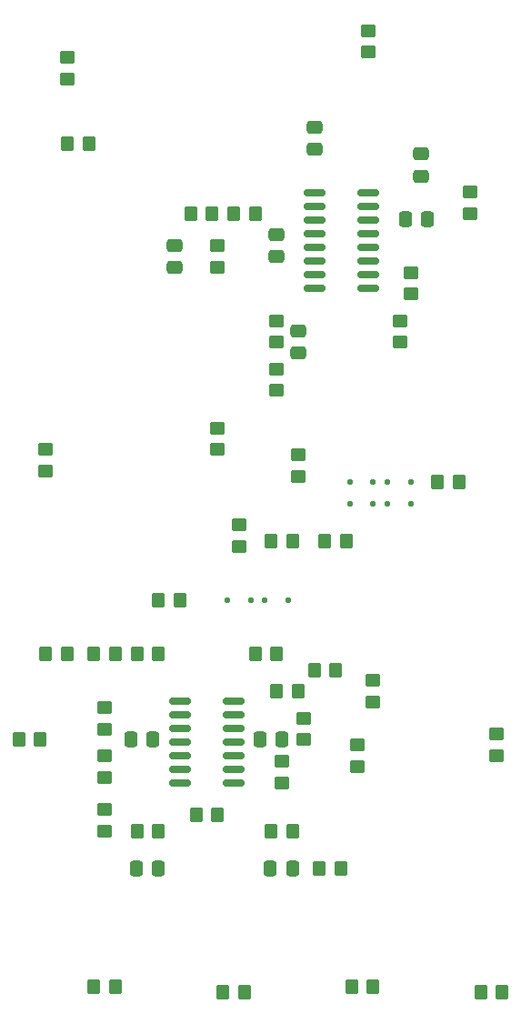
<source format=gbr>
%TF.GenerationSoftware,KiCad,Pcbnew,8.0.0*%
%TF.CreationDate,2024-05-14T21:41:44+02:00*%
%TF.ProjectId,VCO-3340,56434f2d-3333-4343-902e-6b696361645f,rev?*%
%TF.SameCoordinates,Original*%
%TF.FileFunction,Paste,Bot*%
%TF.FilePolarity,Positive*%
%FSLAX46Y46*%
G04 Gerber Fmt 4.6, Leading zero omitted, Abs format (unit mm)*
G04 Created by KiCad (PCBNEW 8.0.0) date 2024-05-14 21:41:44*
%MOMM*%
%LPD*%
G01*
G04 APERTURE LIST*
G04 Aperture macros list*
%AMRoundRect*
0 Rectangle with rounded corners*
0 $1 Rounding radius*
0 $2 $3 $4 $5 $6 $7 $8 $9 X,Y pos of 4 corners*
0 Add a 4 corners polygon primitive as box body*
4,1,4,$2,$3,$4,$5,$6,$7,$8,$9,$2,$3,0*
0 Add four circle primitives for the rounded corners*
1,1,$1+$1,$2,$3*
1,1,$1+$1,$4,$5*
1,1,$1+$1,$6,$7*
1,1,$1+$1,$8,$9*
0 Add four rect primitives between the rounded corners*
20,1,$1+$1,$2,$3,$4,$5,0*
20,1,$1+$1,$4,$5,$6,$7,0*
20,1,$1+$1,$6,$7,$8,$9,0*
20,1,$1+$1,$8,$9,$2,$3,0*%
G04 Aperture macros list end*
%ADD10RoundRect,0.250000X0.337500X0.475000X-0.337500X0.475000X-0.337500X-0.475000X0.337500X-0.475000X0*%
%ADD11RoundRect,0.125000X-0.125000X-0.125000X0.125000X-0.125000X0.125000X0.125000X-0.125000X0.125000X0*%
%ADD12RoundRect,0.250000X0.450000X-0.350000X0.450000X0.350000X-0.450000X0.350000X-0.450000X-0.350000X0*%
%ADD13RoundRect,0.250000X0.475000X-0.337500X0.475000X0.337500X-0.475000X0.337500X-0.475000X-0.337500X0*%
%ADD14RoundRect,0.250000X0.350000X0.450000X-0.350000X0.450000X-0.350000X-0.450000X0.350000X-0.450000X0*%
%ADD15RoundRect,0.250000X-0.475000X0.337500X-0.475000X-0.337500X0.475000X-0.337500X0.475000X0.337500X0*%
%ADD16RoundRect,0.250000X-0.450000X0.350000X-0.450000X-0.350000X0.450000X-0.350000X0.450000X0.350000X0*%
%ADD17RoundRect,0.150000X0.825000X0.150000X-0.825000X0.150000X-0.825000X-0.150000X0.825000X-0.150000X0*%
%ADD18RoundRect,0.125000X0.125000X0.125000X-0.125000X0.125000X-0.125000X-0.125000X0.125000X-0.125000X0*%
%ADD19RoundRect,0.250000X-0.350000X-0.450000X0.350000X-0.450000X0.350000X0.450000X-0.350000X0.450000X0*%
%ADD20RoundRect,0.250000X-0.337500X-0.475000X0.337500X-0.475000X0.337500X0.475000X-0.337500X0.475000X0*%
G04 APERTURE END LIST*
D10*
%TO.C,C19*%
X47440600Y-107718200D03*
X45365600Y-107718200D03*
%TD*%
D11*
%TO.C,D4*%
X42340600Y-94718200D03*
X44540600Y-94718200D03*
%TD*%
D12*
%TO.C,R27*%
X30940600Y-111218200D03*
X30940600Y-109218200D03*
%TD*%
D13*
%TO.C,C5*%
X60403100Y-55255700D03*
X60403100Y-53180700D03*
%TD*%
D14*
%TO.C,R45*%
X63940600Y-83718200D03*
X61940600Y-83718200D03*
%TD*%
%TO.C,R16*%
X40940600Y-58718200D03*
X38940600Y-58718200D03*
%TD*%
D15*
%TO.C,C7*%
X37440600Y-61680700D03*
X37440600Y-63755700D03*
%TD*%
D14*
%TO.C,R46*%
X53440600Y-89218200D03*
X51440600Y-89218200D03*
%TD*%
D12*
%TO.C,R10*%
X58440600Y-70718200D03*
X58440600Y-68718200D03*
%TD*%
D14*
%TO.C,R2*%
X29440600Y-52218200D03*
X27440600Y-52218200D03*
%TD*%
D16*
%TO.C,R34*%
X54440600Y-108218200D03*
X54440600Y-110218200D03*
%TD*%
D14*
%TO.C,R8*%
X27440600Y-99718200D03*
X25440600Y-99718200D03*
%TD*%
D16*
%TO.C,R4*%
X27440600Y-44218200D03*
X27440600Y-46218200D03*
%TD*%
D17*
%TO.C,U4*%
X42940600Y-104098200D03*
X42940600Y-105368200D03*
X42940600Y-106638200D03*
X42940600Y-107908200D03*
X42940600Y-109178200D03*
X42940600Y-110448200D03*
X42940600Y-111718200D03*
X37990600Y-111718200D03*
X37990600Y-110448200D03*
X37990600Y-109178200D03*
X37990600Y-107908200D03*
X37990600Y-106638200D03*
X37990600Y-105368200D03*
X37990600Y-104098200D03*
%TD*%
D16*
%TO.C,R26*%
X30940600Y-104718200D03*
X30940600Y-106718200D03*
%TD*%
D12*
%TO.C,R40*%
X49440600Y-107718200D03*
X49440600Y-105718200D03*
%TD*%
D16*
%TO.C,R49*%
X48940600Y-81218200D03*
X48940600Y-83218200D03*
%TD*%
D15*
%TO.C,C3*%
X48940600Y-69643200D03*
X48940600Y-71718200D03*
%TD*%
D12*
%TO.C,R17*%
X55440600Y-43718200D03*
X55440600Y-41718200D03*
%TD*%
D16*
%TO.C,R14*%
X41440600Y-61718200D03*
X41440600Y-63718200D03*
%TD*%
D18*
%TO.C,D5*%
X59440600Y-83718200D03*
X57240600Y-83718200D03*
%TD*%
%TO.C,D8*%
X59440600Y-85718200D03*
X57240600Y-85718200D03*
%TD*%
D12*
%TO.C,R21*%
X55940600Y-104218200D03*
X55940600Y-102218200D03*
%TD*%
D19*
%TO.C,R48*%
X22940600Y-107718200D03*
X24940600Y-107718200D03*
%TD*%
D18*
%TO.C,D7*%
X55940600Y-85718200D03*
X53740600Y-85718200D03*
%TD*%
D14*
%TO.C,R50*%
X48440600Y-89218200D03*
X46440600Y-89218200D03*
%TD*%
%TO.C,R44*%
X31940600Y-99718200D03*
X29940600Y-99718200D03*
%TD*%
%TO.C,R43*%
X55940600Y-130718200D03*
X53940600Y-130718200D03*
%TD*%
D20*
%TO.C,C4*%
X58940600Y-59218200D03*
X61015600Y-59218200D03*
%TD*%
D10*
%TO.C,C18*%
X35440600Y-107718200D03*
X33365600Y-107718200D03*
%TD*%
D14*
%TO.C,R35*%
X52940600Y-119718200D03*
X50940600Y-119718200D03*
%TD*%
%TO.C,R36*%
X48440600Y-116218200D03*
X46440600Y-116218200D03*
%TD*%
%TO.C,R38*%
X67940600Y-131218200D03*
X65940600Y-131218200D03*
%TD*%
D11*
%TO.C,D3*%
X45840600Y-94718200D03*
X48040600Y-94718200D03*
%TD*%
D16*
%TO.C,R32*%
X43440600Y-87718200D03*
X43440600Y-89718200D03*
%TD*%
D10*
%TO.C,C17*%
X48440600Y-119718200D03*
X46365600Y-119718200D03*
%TD*%
D14*
%TO.C,R30*%
X41440600Y-114718200D03*
X39440600Y-114718200D03*
%TD*%
D18*
%TO.C,D6*%
X55940600Y-83718200D03*
X53740600Y-83718200D03*
%TD*%
D17*
%TO.C,U1*%
X55440600Y-56773200D03*
X55440600Y-58043200D03*
X55440600Y-59313200D03*
X55440600Y-60583200D03*
X55440600Y-61853200D03*
X55440600Y-63123200D03*
X55440600Y-64393200D03*
X55440600Y-65663200D03*
X50490600Y-65663200D03*
X50490600Y-64393200D03*
X50490600Y-63123200D03*
X50490600Y-61853200D03*
X50490600Y-60583200D03*
X50490600Y-59313200D03*
X50490600Y-58043200D03*
X50490600Y-56773200D03*
%TD*%
D12*
%TO.C,R12*%
X59440600Y-66218200D03*
X59440600Y-64218200D03*
%TD*%
D19*
%TO.C,R39*%
X33940600Y-99718200D03*
X35940600Y-99718200D03*
%TD*%
D13*
%TO.C,C1*%
X46940600Y-62755700D03*
X46940600Y-60680700D03*
%TD*%
D14*
%TO.C,R42*%
X46940600Y-99718200D03*
X44940600Y-99718200D03*
%TD*%
%TO.C,R31*%
X31940600Y-130718200D03*
X29940600Y-130718200D03*
%TD*%
D19*
%TO.C,R1*%
X42940600Y-58718200D03*
X44940600Y-58718200D03*
%TD*%
%TO.C,R47*%
X35940600Y-94718200D03*
X37940600Y-94718200D03*
%TD*%
D16*
%TO.C,R13*%
X46940600Y-68718200D03*
X46940600Y-70718200D03*
%TD*%
D12*
%TO.C,R18*%
X67440600Y-109218200D03*
X67440600Y-107218200D03*
%TD*%
%TO.C,R3*%
X41440600Y-80718200D03*
X41440600Y-78718200D03*
%TD*%
%TO.C,R33*%
X47440600Y-111718200D03*
X47440600Y-109718200D03*
%TD*%
D14*
%TO.C,R37*%
X43940600Y-131218200D03*
X41940600Y-131218200D03*
%TD*%
D13*
%TO.C,C2*%
X50440600Y-52755700D03*
X50440600Y-50680700D03*
%TD*%
D12*
%TO.C,R6*%
X46940600Y-75218200D03*
X46940600Y-73218200D03*
%TD*%
D14*
%TO.C,R41*%
X48940600Y-103218200D03*
X46940600Y-103218200D03*
%TD*%
D19*
%TO.C,R29*%
X33940600Y-116218200D03*
X35940600Y-116218200D03*
%TD*%
D16*
%TO.C,R28*%
X30940600Y-114218200D03*
X30940600Y-116218200D03*
%TD*%
%TO.C,R11*%
X64940600Y-56718200D03*
X64940600Y-58718200D03*
%TD*%
D20*
%TO.C,C16*%
X33865600Y-119718200D03*
X35940600Y-119718200D03*
%TD*%
D14*
%TO.C,R20*%
X52440600Y-101218200D03*
X50440600Y-101218200D03*
%TD*%
D16*
%TO.C,R9*%
X25440600Y-80718200D03*
X25440600Y-82718200D03*
%TD*%
M02*

</source>
